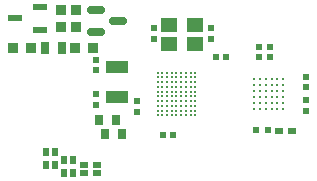
<source format=gtp>
G04 #@! TF.GenerationSoftware,KiCad,Pcbnew,(6.0.7)*
G04 #@! TF.CreationDate,2022-09-01T19:33:10+03:00*
G04 #@! TF.ProjectId,MCU_M_V3,4d43555f-4d5f-4563-932e-6b696361645f,rev?*
G04 #@! TF.SameCoordinates,Original*
G04 #@! TF.FileFunction,Paste,Top*
G04 #@! TF.FilePolarity,Positive*
%FSLAX46Y46*%
G04 Gerber Fmt 4.6, Leading zero omitted, Abs format (unit mm)*
G04 Created by KiCad (PCBNEW (6.0.7)) date 2022-09-01 19:33:10*
%MOMM*%
%LPD*%
G01*
G04 APERTURE LIST*
G04 Aperture macros list*
%AMRoundRect*
0 Rectangle with rounded corners*
0 $1 Rounding radius*
0 $2 $3 $4 $5 $6 $7 $8 $9 X,Y pos of 4 corners*
0 Add a 4 corners polygon primitive as box body*
4,1,4,$2,$3,$4,$5,$6,$7,$8,$9,$2,$3,0*
0 Add four circle primitives for the rounded corners*
1,1,$1+$1,$2,$3*
1,1,$1+$1,$4,$5*
1,1,$1+$1,$6,$7*
1,1,$1+$1,$8,$9*
0 Add four rect primitives between the rounded corners*
20,1,$1+$1,$2,$3,$4,$5,0*
20,1,$1+$1,$4,$5,$6,$7,0*
20,1,$1+$1,$6,$7,$8,$9,0*
20,1,$1+$1,$8,$9,$2,$3,0*%
G04 Aperture macros list end*
%ADD10R,0.620000X0.620000*%
%ADD11R,0.620000X0.600000*%
%ADD12R,0.650000X0.900000*%
%ADD13C,0.220000*%
%ADD14R,0.950000X0.900000*%
%ADD15R,0.475000X0.500000*%
%ADD16C,0.250000*%
%ADD17R,0.600000X0.700000*%
%ADD18R,0.700000X0.600000*%
%ADD19R,0.900000X0.950000*%
%ADD20R,0.600000X0.620000*%
%ADD21R,1.400000X1.200000*%
%ADD22R,1.900000X1.100000*%
%ADD23R,1.300000X0.600000*%
%ADD24RoundRect,0.150000X-0.587500X-0.150000X0.587500X-0.150000X0.587500X0.150000X-0.587500X0.150000X0*%
%ADD25R,0.780000X0.980000*%
G04 APERTURE END LIST*
D10*
G04 #@! TO.C,C102*
X181750000Y-95680000D03*
X181750000Y-96600000D03*
G04 #@! TD*
D11*
G04 #@! TO.C,C15*
X178270000Y-95130000D03*
X178270000Y-96050000D03*
G04 #@! TD*
D12*
G04 #@! TO.C,R11*
X180015000Y-97330000D03*
X178565000Y-97330000D03*
G04 #@! TD*
D13*
G04 #@! TO.C,U1*
X186700000Y-93300000D03*
X186700000Y-93700000D03*
X186700000Y-94100000D03*
X186700000Y-94500000D03*
X186700000Y-94900000D03*
X186700000Y-95300000D03*
X186700000Y-95700000D03*
X186700000Y-96100000D03*
X186700000Y-96500000D03*
X186700000Y-96900000D03*
X186300000Y-93300000D03*
X186300000Y-93700000D03*
X186300000Y-94100000D03*
X186300000Y-94500000D03*
X186300000Y-94900000D03*
X186300000Y-95300000D03*
X186300000Y-95700000D03*
X186300000Y-96100000D03*
X186300000Y-96500000D03*
X186300000Y-96900000D03*
X185900000Y-93300000D03*
X185900000Y-93700000D03*
X185900000Y-94100000D03*
X185900000Y-94500000D03*
X185900000Y-94900000D03*
X185900000Y-95300000D03*
X185900000Y-95700000D03*
X185900000Y-96100000D03*
X185900000Y-96500000D03*
X185900000Y-96900000D03*
X185500000Y-93300000D03*
X185500000Y-93700000D03*
X185500000Y-94100000D03*
X185500000Y-94500000D03*
X185500000Y-94900000D03*
X185500000Y-95300000D03*
X185500000Y-95700000D03*
X185500000Y-96100000D03*
X185500000Y-96500000D03*
X185500000Y-96900000D03*
X185100000Y-93300000D03*
X185100000Y-93700000D03*
X185100000Y-94100000D03*
X185100000Y-94500000D03*
X185100000Y-94900000D03*
X185100000Y-95300000D03*
X185100000Y-95700000D03*
X185100000Y-96100000D03*
X185100000Y-96500000D03*
X185100000Y-96900000D03*
X184700000Y-93300000D03*
X184700000Y-93700000D03*
X184700000Y-94100000D03*
X184700000Y-94500000D03*
X184700000Y-94900000D03*
X184700000Y-95300000D03*
X184700000Y-95700000D03*
X184700000Y-96100000D03*
X184700000Y-96500000D03*
X184700000Y-96900000D03*
X184300000Y-93300000D03*
X184300000Y-93700000D03*
X184300000Y-94100000D03*
X184300000Y-94500000D03*
X184300000Y-94900000D03*
X184300000Y-95300000D03*
X184300000Y-95700000D03*
X184300000Y-96100000D03*
X184300000Y-96500000D03*
X184300000Y-96900000D03*
X183900000Y-93300000D03*
X183900000Y-93700000D03*
X183900000Y-94100000D03*
X183900000Y-94500000D03*
X183900000Y-94900000D03*
X183900000Y-95300000D03*
X183900000Y-95700000D03*
X183900000Y-96100000D03*
X183900000Y-96500000D03*
X183900000Y-96900000D03*
X183500000Y-93300000D03*
X183500000Y-93700000D03*
X183500000Y-94100000D03*
X183500000Y-94500000D03*
X183500000Y-94900000D03*
X183500000Y-95300000D03*
X183500000Y-95700000D03*
X183500000Y-96100000D03*
X183500000Y-96500000D03*
X183500000Y-96900000D03*
G04 #@! TD*
D14*
G04 #@! TO.C,R3*
X175300000Y-89450000D03*
X175300000Y-87950000D03*
G04 #@! TD*
D15*
G04 #@! TO.C,R23*
X191818000Y-98170000D03*
X192842000Y-98170000D03*
G04 #@! TD*
D16*
G04 #@! TO.C,U2*
X191650000Y-96350000D03*
X191650000Y-95850000D03*
X191650000Y-95350000D03*
X191650000Y-94850000D03*
X191650000Y-94350000D03*
X191650000Y-93850000D03*
X192150000Y-96350000D03*
X192150000Y-95850000D03*
X192150000Y-95350000D03*
X192150000Y-94850000D03*
X192150000Y-94350000D03*
X192150000Y-93850000D03*
X192650000Y-96350000D03*
X192650000Y-95850000D03*
X192650000Y-95350000D03*
X192650000Y-94850000D03*
X192650000Y-94350000D03*
X192650000Y-93850000D03*
X193150000Y-96350000D03*
X193150000Y-95850000D03*
X193150000Y-95350000D03*
X193150000Y-94850000D03*
X193150000Y-94350000D03*
X193150000Y-93850000D03*
X193650000Y-96350000D03*
X193650000Y-95850000D03*
X193650000Y-95350000D03*
X193650000Y-94850000D03*
X193650000Y-94350000D03*
X193650000Y-93850000D03*
X194150000Y-96350000D03*
X194150000Y-95850000D03*
X194150000Y-95350000D03*
X194150000Y-94850000D03*
X194150000Y-94350000D03*
X194150000Y-93850000D03*
G04 #@! TD*
D11*
G04 #@! TO.C,C12*
X183200000Y-89530000D03*
X183200000Y-90450000D03*
G04 #@! TD*
D17*
G04 #@! TO.C,R21*
X174060000Y-101110000D03*
X174060000Y-100010000D03*
G04 #@! TD*
G04 #@! TO.C,R27*
X174820000Y-101110000D03*
X174820000Y-100010000D03*
G04 #@! TD*
D18*
G04 #@! TO.C,R24*
X194880000Y-98210000D03*
X193780000Y-98210000D03*
G04 #@! TD*
D11*
G04 #@! TO.C,C14*
X178270000Y-92180000D03*
X178270000Y-93100000D03*
G04 #@! TD*
D19*
G04 #@! TO.C,R2*
X171290000Y-91190000D03*
X172790000Y-91190000D03*
G04 #@! TD*
D11*
G04 #@! TO.C,C21*
X196050000Y-93620000D03*
X196050000Y-94540000D03*
G04 #@! TD*
D20*
G04 #@! TO.C,C23*
X192070000Y-91140000D03*
X192990000Y-91140000D03*
G04 #@! TD*
D12*
G04 #@! TO.C,R12*
X180485000Y-98490000D03*
X179035000Y-98490000D03*
G04 #@! TD*
D18*
G04 #@! TO.C,R25*
X177250000Y-101070000D03*
X178350000Y-101070000D03*
G04 #@! TD*
D14*
G04 #@! TO.C,R1*
X176600000Y-89450000D03*
X176600000Y-87950000D03*
G04 #@! TD*
D11*
G04 #@! TO.C,C13*
X188010000Y-89530000D03*
X188010000Y-90450000D03*
G04 #@! TD*
D21*
G04 #@! TO.C,Y11*
X184500000Y-90890000D03*
X186700000Y-90890000D03*
X186700000Y-89290000D03*
X184500000Y-89290000D03*
G04 #@! TD*
D10*
G04 #@! TO.C,C103*
X193000000Y-91950000D03*
X192080000Y-91950000D03*
G04 #@! TD*
D18*
G04 #@! TO.C,R26*
X177250000Y-101800000D03*
X178350000Y-101800000D03*
G04 #@! TD*
D20*
G04 #@! TO.C,C24*
X188410000Y-91980000D03*
X189330000Y-91980000D03*
G04 #@! TD*
D11*
G04 #@! TO.C,C22*
X196050000Y-95650000D03*
X196050000Y-96570000D03*
G04 #@! TD*
D17*
G04 #@! TO.C,R28*
X176370000Y-101750000D03*
X176370000Y-100650000D03*
G04 #@! TD*
D22*
G04 #@! TO.C,Y12*
X180100000Y-95350000D03*
X180100000Y-92850000D03*
G04 #@! TD*
D23*
G04 #@! TO.C,Q1*
X173550000Y-89650000D03*
X173550000Y-87750000D03*
X171450000Y-88700000D03*
G04 #@! TD*
D24*
G04 #@! TO.C,D1*
X178262500Y-87950000D03*
X178262500Y-89850000D03*
X180137500Y-88900000D03*
G04 #@! TD*
D19*
G04 #@! TO.C,R4*
X176550000Y-91200000D03*
X178050000Y-91200000D03*
G04 #@! TD*
D25*
G04 #@! TO.C,C1*
X174000000Y-91200000D03*
X175400000Y-91200000D03*
G04 #@! TD*
D20*
G04 #@! TO.C,C11*
X184850000Y-98600000D03*
X183930000Y-98600000D03*
G04 #@! TD*
D17*
G04 #@! TO.C,R22*
X175600000Y-101750000D03*
X175600000Y-100650000D03*
G04 #@! TD*
M02*

</source>
